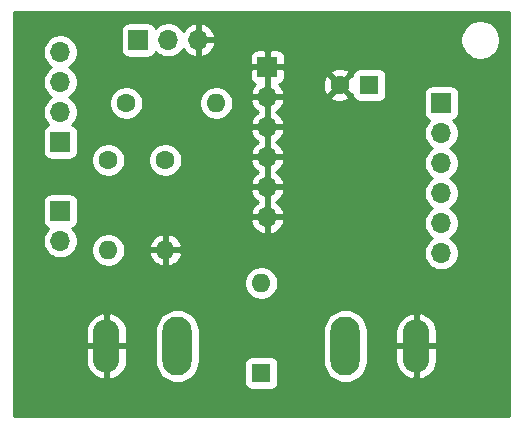
<source format=gbl>
%TF.GenerationSoftware,KiCad,Pcbnew,(5.1.10)-1*%
%TF.CreationDate,2021-06-21T00:52:30-07:00*%
%TF.ProjectId,LED Matrix,4c454420-4d61-4747-9269-782e6b696361,v01*%
%TF.SameCoordinates,Original*%
%TF.FileFunction,Copper,L2,Bot*%
%TF.FilePolarity,Positive*%
%FSLAX46Y46*%
G04 Gerber Fmt 4.6, Leading zero omitted, Abs format (unit mm)*
G04 Created by KiCad (PCBNEW (5.1.10)-1) date 2021-06-21 00:52:30*
%MOMM*%
%LPD*%
G01*
G04 APERTURE LIST*
%TA.AperFunction,ComponentPad*%
%ADD10R,1.600000X1.600000*%
%TD*%
%TA.AperFunction,ComponentPad*%
%ADD11C,1.600000*%
%TD*%
%TA.AperFunction,ComponentPad*%
%ADD12O,2.250000X4.500000*%
%TD*%
%TA.AperFunction,ComponentPad*%
%ADD13O,2.500000X5.000000*%
%TD*%
%TA.AperFunction,ComponentPad*%
%ADD14R,1.700000X1.700000*%
%TD*%
%TA.AperFunction,ComponentPad*%
%ADD15O,1.700000X1.700000*%
%TD*%
%TA.AperFunction,ComponentPad*%
%ADD16O,1.600000X1.600000*%
%TD*%
%TA.AperFunction,Conductor*%
%ADD17C,0.254000*%
%TD*%
%TA.AperFunction,Conductor*%
%ADD18C,0.100000*%
%TD*%
G04 APERTURE END LIST*
D10*
%TO.P,C1,1*%
%TO.N,VDD*%
X152654000Y-83058000D03*
D11*
%TO.P,C1,2*%
%TO.N,GND*%
X150154000Y-83058000D03*
%TD*%
D12*
%TO.P,J1,2*%
%TO.N,GND*%
X130398000Y-105156000D03*
D13*
%TO.P,J1,1*%
%TO.N,VDD*%
X136398000Y-105156000D03*
%TD*%
D12*
%TO.P,J2,2*%
%TO.N,GND*%
X156622000Y-105156000D03*
D13*
%TO.P,J2,1*%
%TO.N,Net-(J2-Pad1)*%
X150622000Y-105156000D03*
%TD*%
D14*
%TO.P,J3,1*%
%TO.N,VDD*%
X158750000Y-84582000D03*
D15*
%TO.P,J3,2*%
X158750000Y-87122000D03*
%TO.P,J3,3*%
X158750000Y-89662000D03*
%TO.P,J3,4*%
X158750000Y-92202000D03*
%TO.P,J3,5*%
X158750000Y-94742000D03*
%TO.P,J3,6*%
X158750000Y-97282000D03*
%TD*%
%TO.P,J4,6*%
%TO.N,GND*%
X144018000Y-94234000D03*
%TO.P,J4,5*%
X144018000Y-91694000D03*
%TO.P,J4,4*%
X144018000Y-89154000D03*
%TO.P,J4,3*%
X144018000Y-86614000D03*
%TO.P,J4,2*%
X144018000Y-84074000D03*
D14*
%TO.P,J4,1*%
X144018000Y-81534000D03*
%TD*%
%TO.P,J5,1*%
%TO.N,Net-(J5-Pad1)*%
X133096000Y-79248000D03*
D15*
%TO.P,J5,2*%
%TO.N,Net-(J5-Pad2)*%
X135636000Y-79248000D03*
%TO.P,J5,3*%
%TO.N,GND*%
X138176000Y-79248000D03*
%TD*%
D14*
%TO.P,J6,1*%
%TO.N,Net-(J6-Pad1)*%
X126492000Y-93726000D03*
D15*
%TO.P,J6,2*%
%TO.N,Net-(J6-Pad2)*%
X126492000Y-96266000D03*
%TD*%
D14*
%TO.P,J7,1*%
%TO.N,Net-(J7-Pad1)*%
X126492000Y-87884000D03*
D15*
%TO.P,J7,2*%
X126492000Y-85344000D03*
%TO.P,J7,3*%
%TO.N,Net-(J7-Pad3)*%
X126492000Y-82804000D03*
%TO.P,J7,4*%
X126492000Y-80264000D03*
%TD*%
D16*
%TO.P,R1,2*%
%TO.N,Net-(J5-Pad2)*%
X139700000Y-84582000D03*
D11*
%TO.P,R1,1*%
%TO.N,Net-(J5-Pad1)*%
X132080000Y-84582000D03*
%TD*%
%TO.P,R2,1*%
%TO.N,Net-(J6-Pad1)*%
X130556000Y-89408000D03*
D16*
%TO.P,R2,2*%
%TO.N,Net-(J6-Pad2)*%
X130556000Y-97028000D03*
%TD*%
D11*
%TO.P,R3,1*%
%TO.N,Net-(J7-Pad3)*%
X135382000Y-89408000D03*
D16*
%TO.P,R3,2*%
%TO.N,GND*%
X135382000Y-97028000D03*
%TD*%
%TO.P,SW1,2*%
%TO.N,Net-(J2-Pad1)*%
X143510000Y-99822000D03*
D10*
%TO.P,SW1,1*%
%TO.N,VDD*%
X143510000Y-107442000D03*
%TD*%
D17*
%TO.N,GND*%
X164452301Y-111112300D02*
X122567700Y-111112300D01*
X122567700Y-105283000D01*
X128638000Y-105283000D01*
X128638000Y-106408000D01*
X128696594Y-106748919D01*
X128820573Y-107071856D01*
X129005171Y-107364401D01*
X129243295Y-107615311D01*
X129525793Y-107814944D01*
X129841810Y-107955629D01*
X129997957Y-107994933D01*
X130271000Y-107877206D01*
X130271000Y-105283000D01*
X130525000Y-105283000D01*
X130525000Y-107877206D01*
X130798043Y-107994933D01*
X130954190Y-107955629D01*
X131270207Y-107814944D01*
X131552705Y-107615311D01*
X131790829Y-107364401D01*
X131975427Y-107071856D01*
X132099406Y-106748919D01*
X132142429Y-106498596D01*
X134513000Y-106498596D01*
X134540275Y-106775523D01*
X134648061Y-107130847D01*
X134823097Y-107458317D01*
X135058655Y-107745345D01*
X135345683Y-107980903D01*
X135673152Y-108155939D01*
X136028476Y-108263725D01*
X136398000Y-108300120D01*
X136767523Y-108263725D01*
X137122847Y-108155939D01*
X137450317Y-107980903D01*
X137737345Y-107745345D01*
X137972903Y-107458317D01*
X138147939Y-107130848D01*
X138255725Y-106775524D01*
X138268876Y-106642000D01*
X142071928Y-106642000D01*
X142071928Y-108242000D01*
X142084188Y-108366482D01*
X142120498Y-108486180D01*
X142179463Y-108596494D01*
X142258815Y-108693185D01*
X142355506Y-108772537D01*
X142465820Y-108831502D01*
X142585518Y-108867812D01*
X142710000Y-108880072D01*
X144310000Y-108880072D01*
X144434482Y-108867812D01*
X144554180Y-108831502D01*
X144664494Y-108772537D01*
X144761185Y-108693185D01*
X144840537Y-108596494D01*
X144899502Y-108486180D01*
X144935812Y-108366482D01*
X144948072Y-108242000D01*
X144948072Y-106642000D01*
X144935812Y-106517518D01*
X144899502Y-106397820D01*
X144840537Y-106287506D01*
X144761185Y-106190815D01*
X144664494Y-106111463D01*
X144554180Y-106052498D01*
X144434482Y-106016188D01*
X144310000Y-106003928D01*
X142710000Y-106003928D01*
X142585518Y-106016188D01*
X142465820Y-106052498D01*
X142355506Y-106111463D01*
X142258815Y-106190815D01*
X142179463Y-106287506D01*
X142120498Y-106397820D01*
X142084188Y-106517518D01*
X142071928Y-106642000D01*
X138268876Y-106642000D01*
X138283000Y-106498597D01*
X138283000Y-103813404D01*
X148737000Y-103813404D01*
X148737001Y-106498597D01*
X148764276Y-106775524D01*
X148872062Y-107130848D01*
X149047098Y-107458317D01*
X149282656Y-107745345D01*
X149569684Y-107980903D01*
X149897153Y-108155939D01*
X150252477Y-108263725D01*
X150622000Y-108300120D01*
X150991524Y-108263725D01*
X151346848Y-108155939D01*
X151674317Y-107980903D01*
X151961345Y-107745345D01*
X152196903Y-107458317D01*
X152371939Y-107130848D01*
X152479725Y-106775524D01*
X152507000Y-106498597D01*
X152507000Y-105283000D01*
X154862000Y-105283000D01*
X154862000Y-106408000D01*
X154920594Y-106748919D01*
X155044573Y-107071856D01*
X155229171Y-107364401D01*
X155467295Y-107615311D01*
X155749793Y-107814944D01*
X156065810Y-107955629D01*
X156221957Y-107994933D01*
X156495000Y-107877206D01*
X156495000Y-105283000D01*
X156749000Y-105283000D01*
X156749000Y-107877206D01*
X157022043Y-107994933D01*
X157178190Y-107955629D01*
X157494207Y-107814944D01*
X157776705Y-107615311D01*
X158014829Y-107364401D01*
X158199427Y-107071856D01*
X158323406Y-106748919D01*
X158382000Y-106408000D01*
X158382000Y-105283000D01*
X156749000Y-105283000D01*
X156495000Y-105283000D01*
X154862000Y-105283000D01*
X152507000Y-105283000D01*
X152507000Y-103904000D01*
X154862000Y-103904000D01*
X154862000Y-105029000D01*
X156495000Y-105029000D01*
X156495000Y-102434794D01*
X156749000Y-102434794D01*
X156749000Y-105029000D01*
X158382000Y-105029000D01*
X158382000Y-103904000D01*
X158323406Y-103563081D01*
X158199427Y-103240144D01*
X158014829Y-102947599D01*
X157776705Y-102696689D01*
X157494207Y-102497056D01*
X157178190Y-102356371D01*
X157022043Y-102317067D01*
X156749000Y-102434794D01*
X156495000Y-102434794D01*
X156221957Y-102317067D01*
X156065810Y-102356371D01*
X155749793Y-102497056D01*
X155467295Y-102696689D01*
X155229171Y-102947599D01*
X155044573Y-103240144D01*
X154920594Y-103563081D01*
X154862000Y-103904000D01*
X152507000Y-103904000D01*
X152507000Y-103813403D01*
X152479725Y-103536476D01*
X152371939Y-103181152D01*
X152196903Y-102853683D01*
X151961345Y-102566655D01*
X151674317Y-102331097D01*
X151346847Y-102156061D01*
X150991523Y-102048275D01*
X150622000Y-102011880D01*
X150252476Y-102048275D01*
X149897152Y-102156061D01*
X149569683Y-102331097D01*
X149282655Y-102566655D01*
X149047097Y-102853683D01*
X148872061Y-103181153D01*
X148764275Y-103536477D01*
X148737000Y-103813404D01*
X138283000Y-103813404D01*
X138283000Y-103813403D01*
X138255725Y-103536476D01*
X138147939Y-103181152D01*
X137972903Y-102853683D01*
X137737345Y-102566655D01*
X137450317Y-102331097D01*
X137122848Y-102156061D01*
X136767524Y-102048275D01*
X136398000Y-102011880D01*
X136028477Y-102048275D01*
X135673153Y-102156061D01*
X135345684Y-102331097D01*
X135058656Y-102566655D01*
X134823098Y-102853683D01*
X134648062Y-103181152D01*
X134540276Y-103536476D01*
X134513001Y-103813403D01*
X134513000Y-106498596D01*
X132142429Y-106498596D01*
X132158000Y-106408000D01*
X132158000Y-105283000D01*
X130525000Y-105283000D01*
X130271000Y-105283000D01*
X128638000Y-105283000D01*
X122567700Y-105283000D01*
X122567700Y-103904000D01*
X128638000Y-103904000D01*
X128638000Y-105029000D01*
X130271000Y-105029000D01*
X130271000Y-102434794D01*
X130525000Y-102434794D01*
X130525000Y-105029000D01*
X132158000Y-105029000D01*
X132158000Y-103904000D01*
X132099406Y-103563081D01*
X131975427Y-103240144D01*
X131790829Y-102947599D01*
X131552705Y-102696689D01*
X131270207Y-102497056D01*
X130954190Y-102356371D01*
X130798043Y-102317067D01*
X130525000Y-102434794D01*
X130271000Y-102434794D01*
X129997957Y-102317067D01*
X129841810Y-102356371D01*
X129525793Y-102497056D01*
X129243295Y-102696689D01*
X129005171Y-102947599D01*
X128820573Y-103240144D01*
X128696594Y-103563081D01*
X128638000Y-103904000D01*
X122567700Y-103904000D01*
X122567700Y-99680665D01*
X142075000Y-99680665D01*
X142075000Y-99963335D01*
X142130147Y-100240574D01*
X142238320Y-100501727D01*
X142395363Y-100736759D01*
X142595241Y-100936637D01*
X142830273Y-101093680D01*
X143091426Y-101201853D01*
X143368665Y-101257000D01*
X143651335Y-101257000D01*
X143928574Y-101201853D01*
X144189727Y-101093680D01*
X144424759Y-100936637D01*
X144624637Y-100736759D01*
X144781680Y-100501727D01*
X144889853Y-100240574D01*
X144945000Y-99963335D01*
X144945000Y-99680665D01*
X144889853Y-99403426D01*
X144781680Y-99142273D01*
X144624637Y-98907241D01*
X144424759Y-98707363D01*
X144189727Y-98550320D01*
X143928574Y-98442147D01*
X143651335Y-98387000D01*
X143368665Y-98387000D01*
X143091426Y-98442147D01*
X142830273Y-98550320D01*
X142595241Y-98707363D01*
X142395363Y-98907241D01*
X142238320Y-99142273D01*
X142130147Y-99403426D01*
X142075000Y-99680665D01*
X122567700Y-99680665D01*
X122567700Y-92876000D01*
X125003928Y-92876000D01*
X125003928Y-94576000D01*
X125016188Y-94700482D01*
X125052498Y-94820180D01*
X125111463Y-94930494D01*
X125190815Y-95027185D01*
X125287506Y-95106537D01*
X125397820Y-95165502D01*
X125470380Y-95187513D01*
X125338525Y-95319368D01*
X125176010Y-95562589D01*
X125064068Y-95832842D01*
X125007000Y-96119740D01*
X125007000Y-96412260D01*
X125064068Y-96699158D01*
X125176010Y-96969411D01*
X125338525Y-97212632D01*
X125545368Y-97419475D01*
X125788589Y-97581990D01*
X126058842Y-97693932D01*
X126345740Y-97751000D01*
X126638260Y-97751000D01*
X126925158Y-97693932D01*
X127195411Y-97581990D01*
X127438632Y-97419475D01*
X127645475Y-97212632D01*
X127807990Y-96969411D01*
X127842264Y-96886665D01*
X129121000Y-96886665D01*
X129121000Y-97169335D01*
X129176147Y-97446574D01*
X129284320Y-97707727D01*
X129441363Y-97942759D01*
X129641241Y-98142637D01*
X129876273Y-98299680D01*
X130137426Y-98407853D01*
X130414665Y-98463000D01*
X130697335Y-98463000D01*
X130974574Y-98407853D01*
X131235727Y-98299680D01*
X131470759Y-98142637D01*
X131670637Y-97942759D01*
X131827680Y-97707727D01*
X131935853Y-97446574D01*
X131949684Y-97377040D01*
X133990091Y-97377040D01*
X134084930Y-97641881D01*
X134229615Y-97883131D01*
X134418586Y-98091519D01*
X134644580Y-98259037D01*
X134898913Y-98379246D01*
X135032961Y-98419904D01*
X135255000Y-98297915D01*
X135255000Y-97155000D01*
X135509000Y-97155000D01*
X135509000Y-98297915D01*
X135731039Y-98419904D01*
X135865087Y-98379246D01*
X136119420Y-98259037D01*
X136345414Y-98091519D01*
X136534385Y-97883131D01*
X136679070Y-97641881D01*
X136773909Y-97377040D01*
X136652624Y-97155000D01*
X135509000Y-97155000D01*
X135255000Y-97155000D01*
X134111376Y-97155000D01*
X133990091Y-97377040D01*
X131949684Y-97377040D01*
X131991000Y-97169335D01*
X131991000Y-96886665D01*
X131949685Y-96678960D01*
X133990091Y-96678960D01*
X134111376Y-96901000D01*
X135255000Y-96901000D01*
X135255000Y-95758085D01*
X135509000Y-95758085D01*
X135509000Y-96901000D01*
X136652624Y-96901000D01*
X136773909Y-96678960D01*
X136679070Y-96414119D01*
X136534385Y-96172869D01*
X136345414Y-95964481D01*
X136119420Y-95796963D01*
X135865087Y-95676754D01*
X135731039Y-95636096D01*
X135509000Y-95758085D01*
X135255000Y-95758085D01*
X135032961Y-95636096D01*
X134898913Y-95676754D01*
X134644580Y-95796963D01*
X134418586Y-95964481D01*
X134229615Y-96172869D01*
X134084930Y-96414119D01*
X133990091Y-96678960D01*
X131949685Y-96678960D01*
X131935853Y-96609426D01*
X131827680Y-96348273D01*
X131670637Y-96113241D01*
X131470759Y-95913363D01*
X131235727Y-95756320D01*
X130974574Y-95648147D01*
X130697335Y-95593000D01*
X130414665Y-95593000D01*
X130137426Y-95648147D01*
X129876273Y-95756320D01*
X129641241Y-95913363D01*
X129441363Y-96113241D01*
X129284320Y-96348273D01*
X129176147Y-96609426D01*
X129121000Y-96886665D01*
X127842264Y-96886665D01*
X127919932Y-96699158D01*
X127977000Y-96412260D01*
X127977000Y-96119740D01*
X127919932Y-95832842D01*
X127807990Y-95562589D01*
X127645475Y-95319368D01*
X127513620Y-95187513D01*
X127586180Y-95165502D01*
X127696494Y-95106537D01*
X127793185Y-95027185D01*
X127872537Y-94930494D01*
X127931502Y-94820180D01*
X127967812Y-94700482D01*
X127978605Y-94590890D01*
X142576524Y-94590890D01*
X142621175Y-94738099D01*
X142746359Y-95000920D01*
X142920412Y-95234269D01*
X143136645Y-95429178D01*
X143386748Y-95578157D01*
X143661109Y-95675481D01*
X143891000Y-95554814D01*
X143891000Y-94361000D01*
X144145000Y-94361000D01*
X144145000Y-95554814D01*
X144374891Y-95675481D01*
X144649252Y-95578157D01*
X144899355Y-95429178D01*
X145115588Y-95234269D01*
X145289641Y-95000920D01*
X145414825Y-94738099D01*
X145459476Y-94590890D01*
X145338155Y-94361000D01*
X144145000Y-94361000D01*
X143891000Y-94361000D01*
X142697845Y-94361000D01*
X142576524Y-94590890D01*
X127978605Y-94590890D01*
X127980072Y-94576000D01*
X127980072Y-92876000D01*
X127967812Y-92751518D01*
X127931502Y-92631820D01*
X127872537Y-92521506D01*
X127793185Y-92424815D01*
X127696494Y-92345463D01*
X127586180Y-92286498D01*
X127466482Y-92250188D01*
X127342000Y-92237928D01*
X125642000Y-92237928D01*
X125517518Y-92250188D01*
X125397820Y-92286498D01*
X125287506Y-92345463D01*
X125190815Y-92424815D01*
X125111463Y-92521506D01*
X125052498Y-92631820D01*
X125016188Y-92751518D01*
X125003928Y-92876000D01*
X122567700Y-92876000D01*
X122567700Y-92050890D01*
X142576524Y-92050890D01*
X142621175Y-92198099D01*
X142746359Y-92460920D01*
X142920412Y-92694269D01*
X143136645Y-92889178D01*
X143262255Y-92964000D01*
X143136645Y-93038822D01*
X142920412Y-93233731D01*
X142746359Y-93467080D01*
X142621175Y-93729901D01*
X142576524Y-93877110D01*
X142697845Y-94107000D01*
X143891000Y-94107000D01*
X143891000Y-91821000D01*
X144145000Y-91821000D01*
X144145000Y-94107000D01*
X145338155Y-94107000D01*
X145459476Y-93877110D01*
X145414825Y-93729901D01*
X145289641Y-93467080D01*
X145115588Y-93233731D01*
X144899355Y-93038822D01*
X144773745Y-92964000D01*
X144899355Y-92889178D01*
X145115588Y-92694269D01*
X145289641Y-92460920D01*
X145414825Y-92198099D01*
X145459476Y-92050890D01*
X145338155Y-91821000D01*
X144145000Y-91821000D01*
X143891000Y-91821000D01*
X142697845Y-91821000D01*
X142576524Y-92050890D01*
X122567700Y-92050890D01*
X122567700Y-87034000D01*
X125003928Y-87034000D01*
X125003928Y-88734000D01*
X125016188Y-88858482D01*
X125052498Y-88978180D01*
X125111463Y-89088494D01*
X125190815Y-89185185D01*
X125287506Y-89264537D01*
X125397820Y-89323502D01*
X125517518Y-89359812D01*
X125642000Y-89372072D01*
X127342000Y-89372072D01*
X127466482Y-89359812D01*
X127586180Y-89323502D01*
X127692512Y-89266665D01*
X129121000Y-89266665D01*
X129121000Y-89549335D01*
X129176147Y-89826574D01*
X129284320Y-90087727D01*
X129441363Y-90322759D01*
X129641241Y-90522637D01*
X129876273Y-90679680D01*
X130137426Y-90787853D01*
X130414665Y-90843000D01*
X130697335Y-90843000D01*
X130974574Y-90787853D01*
X131235727Y-90679680D01*
X131470759Y-90522637D01*
X131670637Y-90322759D01*
X131827680Y-90087727D01*
X131935853Y-89826574D01*
X131991000Y-89549335D01*
X131991000Y-89266665D01*
X133947000Y-89266665D01*
X133947000Y-89549335D01*
X134002147Y-89826574D01*
X134110320Y-90087727D01*
X134267363Y-90322759D01*
X134467241Y-90522637D01*
X134702273Y-90679680D01*
X134963426Y-90787853D01*
X135240665Y-90843000D01*
X135523335Y-90843000D01*
X135800574Y-90787853D01*
X136061727Y-90679680D01*
X136296759Y-90522637D01*
X136496637Y-90322759D01*
X136653680Y-90087727D01*
X136761853Y-89826574D01*
X136817000Y-89549335D01*
X136817000Y-89510890D01*
X142576524Y-89510890D01*
X142621175Y-89658099D01*
X142746359Y-89920920D01*
X142920412Y-90154269D01*
X143136645Y-90349178D01*
X143262255Y-90424000D01*
X143136645Y-90498822D01*
X142920412Y-90693731D01*
X142746359Y-90927080D01*
X142621175Y-91189901D01*
X142576524Y-91337110D01*
X142697845Y-91567000D01*
X143891000Y-91567000D01*
X143891000Y-89281000D01*
X144145000Y-89281000D01*
X144145000Y-91567000D01*
X145338155Y-91567000D01*
X145459476Y-91337110D01*
X145414825Y-91189901D01*
X145289641Y-90927080D01*
X145115588Y-90693731D01*
X144899355Y-90498822D01*
X144773745Y-90424000D01*
X144899355Y-90349178D01*
X145115588Y-90154269D01*
X145289641Y-89920920D01*
X145414825Y-89658099D01*
X145459476Y-89510890D01*
X145338155Y-89281000D01*
X144145000Y-89281000D01*
X143891000Y-89281000D01*
X142697845Y-89281000D01*
X142576524Y-89510890D01*
X136817000Y-89510890D01*
X136817000Y-89266665D01*
X136761853Y-88989426D01*
X136653680Y-88728273D01*
X136496637Y-88493241D01*
X136296759Y-88293363D01*
X136061727Y-88136320D01*
X135800574Y-88028147D01*
X135523335Y-87973000D01*
X135240665Y-87973000D01*
X134963426Y-88028147D01*
X134702273Y-88136320D01*
X134467241Y-88293363D01*
X134267363Y-88493241D01*
X134110320Y-88728273D01*
X134002147Y-88989426D01*
X133947000Y-89266665D01*
X131991000Y-89266665D01*
X131935853Y-88989426D01*
X131827680Y-88728273D01*
X131670637Y-88493241D01*
X131470759Y-88293363D01*
X131235727Y-88136320D01*
X130974574Y-88028147D01*
X130697335Y-87973000D01*
X130414665Y-87973000D01*
X130137426Y-88028147D01*
X129876273Y-88136320D01*
X129641241Y-88293363D01*
X129441363Y-88493241D01*
X129284320Y-88728273D01*
X129176147Y-88989426D01*
X129121000Y-89266665D01*
X127692512Y-89266665D01*
X127696494Y-89264537D01*
X127793185Y-89185185D01*
X127872537Y-89088494D01*
X127931502Y-88978180D01*
X127967812Y-88858482D01*
X127980072Y-88734000D01*
X127980072Y-87034000D01*
X127973857Y-86970890D01*
X142576524Y-86970890D01*
X142621175Y-87118099D01*
X142746359Y-87380920D01*
X142920412Y-87614269D01*
X143136645Y-87809178D01*
X143262255Y-87884000D01*
X143136645Y-87958822D01*
X142920412Y-88153731D01*
X142746359Y-88387080D01*
X142621175Y-88649901D01*
X142576524Y-88797110D01*
X142697845Y-89027000D01*
X143891000Y-89027000D01*
X143891000Y-86741000D01*
X144145000Y-86741000D01*
X144145000Y-89027000D01*
X145338155Y-89027000D01*
X145459476Y-88797110D01*
X145414825Y-88649901D01*
X145289641Y-88387080D01*
X145115588Y-88153731D01*
X144899355Y-87958822D01*
X144773745Y-87884000D01*
X144899355Y-87809178D01*
X145115588Y-87614269D01*
X145289641Y-87380920D01*
X145414825Y-87118099D01*
X145459476Y-86970890D01*
X145338155Y-86741000D01*
X144145000Y-86741000D01*
X143891000Y-86741000D01*
X142697845Y-86741000D01*
X142576524Y-86970890D01*
X127973857Y-86970890D01*
X127967812Y-86909518D01*
X127931502Y-86789820D01*
X127872537Y-86679506D01*
X127793185Y-86582815D01*
X127696494Y-86503463D01*
X127586180Y-86444498D01*
X127513620Y-86422487D01*
X127645475Y-86290632D01*
X127807990Y-86047411D01*
X127919932Y-85777158D01*
X127977000Y-85490260D01*
X127977000Y-85197740D01*
X127919932Y-84910842D01*
X127807990Y-84640589D01*
X127674406Y-84440665D01*
X130645000Y-84440665D01*
X130645000Y-84723335D01*
X130700147Y-85000574D01*
X130808320Y-85261727D01*
X130965363Y-85496759D01*
X131165241Y-85696637D01*
X131400273Y-85853680D01*
X131661426Y-85961853D01*
X131938665Y-86017000D01*
X132221335Y-86017000D01*
X132498574Y-85961853D01*
X132759727Y-85853680D01*
X132994759Y-85696637D01*
X133194637Y-85496759D01*
X133351680Y-85261727D01*
X133459853Y-85000574D01*
X133515000Y-84723335D01*
X133515000Y-84440665D01*
X138265000Y-84440665D01*
X138265000Y-84723335D01*
X138320147Y-85000574D01*
X138428320Y-85261727D01*
X138585363Y-85496759D01*
X138785241Y-85696637D01*
X139020273Y-85853680D01*
X139281426Y-85961853D01*
X139558665Y-86017000D01*
X139841335Y-86017000D01*
X140118574Y-85961853D01*
X140379727Y-85853680D01*
X140614759Y-85696637D01*
X140814637Y-85496759D01*
X140971680Y-85261727D01*
X141079853Y-85000574D01*
X141135000Y-84723335D01*
X141135000Y-84440665D01*
X141133056Y-84430890D01*
X142576524Y-84430890D01*
X142621175Y-84578099D01*
X142746359Y-84840920D01*
X142920412Y-85074269D01*
X143136645Y-85269178D01*
X143262255Y-85344000D01*
X143136645Y-85418822D01*
X142920412Y-85613731D01*
X142746359Y-85847080D01*
X142621175Y-86109901D01*
X142576524Y-86257110D01*
X142697845Y-86487000D01*
X143891000Y-86487000D01*
X143891000Y-84201000D01*
X144145000Y-84201000D01*
X144145000Y-86487000D01*
X145338155Y-86487000D01*
X145459476Y-86257110D01*
X145414825Y-86109901D01*
X145289641Y-85847080D01*
X145115588Y-85613731D01*
X144899355Y-85418822D01*
X144773745Y-85344000D01*
X144899355Y-85269178D01*
X145115588Y-85074269D01*
X145289641Y-84840920D01*
X145414825Y-84578099D01*
X145459476Y-84430890D01*
X145338155Y-84201000D01*
X144145000Y-84201000D01*
X143891000Y-84201000D01*
X142697845Y-84201000D01*
X142576524Y-84430890D01*
X141133056Y-84430890D01*
X141079853Y-84163426D01*
X141033162Y-84050702D01*
X149340903Y-84050702D01*
X149412486Y-84294671D01*
X149667996Y-84415571D01*
X149942184Y-84484300D01*
X150224512Y-84498217D01*
X150504130Y-84456787D01*
X150770292Y-84361603D01*
X150895514Y-84294671D01*
X150967097Y-84050702D01*
X150154000Y-83237605D01*
X149340903Y-84050702D01*
X141033162Y-84050702D01*
X140971680Y-83902273D01*
X140814637Y-83667241D01*
X140614759Y-83467363D01*
X140379727Y-83310320D01*
X140118574Y-83202147D01*
X139841335Y-83147000D01*
X139558665Y-83147000D01*
X139281426Y-83202147D01*
X139020273Y-83310320D01*
X138785241Y-83467363D01*
X138585363Y-83667241D01*
X138428320Y-83902273D01*
X138320147Y-84163426D01*
X138265000Y-84440665D01*
X133515000Y-84440665D01*
X133459853Y-84163426D01*
X133351680Y-83902273D01*
X133194637Y-83667241D01*
X132994759Y-83467363D01*
X132759727Y-83310320D01*
X132498574Y-83202147D01*
X132221335Y-83147000D01*
X131938665Y-83147000D01*
X131661426Y-83202147D01*
X131400273Y-83310320D01*
X131165241Y-83467363D01*
X130965363Y-83667241D01*
X130808320Y-83902273D01*
X130700147Y-84163426D01*
X130645000Y-84440665D01*
X127674406Y-84440665D01*
X127645475Y-84397368D01*
X127438632Y-84190525D01*
X127264240Y-84074000D01*
X127438632Y-83957475D01*
X127645475Y-83750632D01*
X127807990Y-83507411D01*
X127919932Y-83237158D01*
X127977000Y-82950260D01*
X127977000Y-82657740D01*
X127922550Y-82384000D01*
X142529928Y-82384000D01*
X142542188Y-82508482D01*
X142578498Y-82628180D01*
X142637463Y-82738494D01*
X142716815Y-82835185D01*
X142813506Y-82914537D01*
X142923820Y-82973502D01*
X143004466Y-82997966D01*
X142920412Y-83073731D01*
X142746359Y-83307080D01*
X142621175Y-83569901D01*
X142576524Y-83717110D01*
X142697845Y-83947000D01*
X143891000Y-83947000D01*
X143891000Y-81661000D01*
X144145000Y-81661000D01*
X144145000Y-83947000D01*
X145338155Y-83947000D01*
X145459476Y-83717110D01*
X145414825Y-83569901D01*
X145289641Y-83307080D01*
X145156449Y-83128512D01*
X148713783Y-83128512D01*
X148755213Y-83408130D01*
X148850397Y-83674292D01*
X148917329Y-83799514D01*
X149161298Y-83871097D01*
X149974395Y-83058000D01*
X150333605Y-83058000D01*
X151146702Y-83871097D01*
X151215928Y-83850785D01*
X151215928Y-83858000D01*
X151228188Y-83982482D01*
X151264498Y-84102180D01*
X151323463Y-84212494D01*
X151402815Y-84309185D01*
X151499506Y-84388537D01*
X151609820Y-84447502D01*
X151729518Y-84483812D01*
X151854000Y-84496072D01*
X153454000Y-84496072D01*
X153578482Y-84483812D01*
X153698180Y-84447502D01*
X153808494Y-84388537D01*
X153905185Y-84309185D01*
X153984537Y-84212494D01*
X154043502Y-84102180D01*
X154079812Y-83982482D01*
X154092072Y-83858000D01*
X154092072Y-83732000D01*
X157261928Y-83732000D01*
X157261928Y-85432000D01*
X157274188Y-85556482D01*
X157310498Y-85676180D01*
X157369463Y-85786494D01*
X157448815Y-85883185D01*
X157545506Y-85962537D01*
X157655820Y-86021502D01*
X157728380Y-86043513D01*
X157596525Y-86175368D01*
X157434010Y-86418589D01*
X157322068Y-86688842D01*
X157265000Y-86975740D01*
X157265000Y-87268260D01*
X157322068Y-87555158D01*
X157434010Y-87825411D01*
X157596525Y-88068632D01*
X157803368Y-88275475D01*
X157977760Y-88392000D01*
X157803368Y-88508525D01*
X157596525Y-88715368D01*
X157434010Y-88958589D01*
X157322068Y-89228842D01*
X157265000Y-89515740D01*
X157265000Y-89808260D01*
X157322068Y-90095158D01*
X157434010Y-90365411D01*
X157596525Y-90608632D01*
X157803368Y-90815475D01*
X157977760Y-90932000D01*
X157803368Y-91048525D01*
X157596525Y-91255368D01*
X157434010Y-91498589D01*
X157322068Y-91768842D01*
X157265000Y-92055740D01*
X157265000Y-92348260D01*
X157322068Y-92635158D01*
X157434010Y-92905411D01*
X157596525Y-93148632D01*
X157803368Y-93355475D01*
X157977760Y-93472000D01*
X157803368Y-93588525D01*
X157596525Y-93795368D01*
X157434010Y-94038589D01*
X157322068Y-94308842D01*
X157265000Y-94595740D01*
X157265000Y-94888260D01*
X157322068Y-95175158D01*
X157434010Y-95445411D01*
X157596525Y-95688632D01*
X157803368Y-95895475D01*
X157977760Y-96012000D01*
X157803368Y-96128525D01*
X157596525Y-96335368D01*
X157434010Y-96578589D01*
X157322068Y-96848842D01*
X157265000Y-97135740D01*
X157265000Y-97428260D01*
X157322068Y-97715158D01*
X157434010Y-97985411D01*
X157596525Y-98228632D01*
X157803368Y-98435475D01*
X158046589Y-98597990D01*
X158316842Y-98709932D01*
X158603740Y-98767000D01*
X158896260Y-98767000D01*
X159183158Y-98709932D01*
X159453411Y-98597990D01*
X159696632Y-98435475D01*
X159903475Y-98228632D01*
X160065990Y-97985411D01*
X160177932Y-97715158D01*
X160235000Y-97428260D01*
X160235000Y-97135740D01*
X160177932Y-96848842D01*
X160065990Y-96578589D01*
X159903475Y-96335368D01*
X159696632Y-96128525D01*
X159522240Y-96012000D01*
X159696632Y-95895475D01*
X159903475Y-95688632D01*
X160065990Y-95445411D01*
X160177932Y-95175158D01*
X160235000Y-94888260D01*
X160235000Y-94595740D01*
X160177932Y-94308842D01*
X160065990Y-94038589D01*
X159903475Y-93795368D01*
X159696632Y-93588525D01*
X159522240Y-93472000D01*
X159696632Y-93355475D01*
X159903475Y-93148632D01*
X160065990Y-92905411D01*
X160177932Y-92635158D01*
X160235000Y-92348260D01*
X160235000Y-92055740D01*
X160177932Y-91768842D01*
X160065990Y-91498589D01*
X159903475Y-91255368D01*
X159696632Y-91048525D01*
X159522240Y-90932000D01*
X159696632Y-90815475D01*
X159903475Y-90608632D01*
X160065990Y-90365411D01*
X160177932Y-90095158D01*
X160235000Y-89808260D01*
X160235000Y-89515740D01*
X160177932Y-89228842D01*
X160065990Y-88958589D01*
X159903475Y-88715368D01*
X159696632Y-88508525D01*
X159522240Y-88392000D01*
X159696632Y-88275475D01*
X159903475Y-88068632D01*
X160065990Y-87825411D01*
X160177932Y-87555158D01*
X160235000Y-87268260D01*
X160235000Y-86975740D01*
X160177932Y-86688842D01*
X160065990Y-86418589D01*
X159903475Y-86175368D01*
X159771620Y-86043513D01*
X159844180Y-86021502D01*
X159954494Y-85962537D01*
X160051185Y-85883185D01*
X160130537Y-85786494D01*
X160189502Y-85676180D01*
X160225812Y-85556482D01*
X160238072Y-85432000D01*
X160238072Y-83732000D01*
X160225812Y-83607518D01*
X160189502Y-83487820D01*
X160130537Y-83377506D01*
X160051185Y-83280815D01*
X159954494Y-83201463D01*
X159844180Y-83142498D01*
X159724482Y-83106188D01*
X159600000Y-83093928D01*
X157900000Y-83093928D01*
X157775518Y-83106188D01*
X157655820Y-83142498D01*
X157545506Y-83201463D01*
X157448815Y-83280815D01*
X157369463Y-83377506D01*
X157310498Y-83487820D01*
X157274188Y-83607518D01*
X157261928Y-83732000D01*
X154092072Y-83732000D01*
X154092072Y-82258000D01*
X154079812Y-82133518D01*
X154043502Y-82013820D01*
X153984537Y-81903506D01*
X153905185Y-81806815D01*
X153808494Y-81727463D01*
X153698180Y-81668498D01*
X153578482Y-81632188D01*
X153454000Y-81619928D01*
X151854000Y-81619928D01*
X151729518Y-81632188D01*
X151609820Y-81668498D01*
X151499506Y-81727463D01*
X151402815Y-81806815D01*
X151323463Y-81903506D01*
X151264498Y-82013820D01*
X151228188Y-82133518D01*
X151215928Y-82258000D01*
X151215928Y-82265215D01*
X151146702Y-82244903D01*
X150333605Y-83058000D01*
X149974395Y-83058000D01*
X149161298Y-82244903D01*
X148917329Y-82316486D01*
X148796429Y-82571996D01*
X148727700Y-82846184D01*
X148713783Y-83128512D01*
X145156449Y-83128512D01*
X145115588Y-83073731D01*
X145031534Y-82997966D01*
X145112180Y-82973502D01*
X145222494Y-82914537D01*
X145319185Y-82835185D01*
X145398537Y-82738494D01*
X145457502Y-82628180D01*
X145493812Y-82508482D01*
X145506072Y-82384000D01*
X145504337Y-82065298D01*
X149340903Y-82065298D01*
X150154000Y-82878395D01*
X150967097Y-82065298D01*
X150895514Y-81821329D01*
X150640004Y-81700429D01*
X150365816Y-81631700D01*
X150083488Y-81617783D01*
X149803870Y-81659213D01*
X149537708Y-81754397D01*
X149412486Y-81821329D01*
X149340903Y-82065298D01*
X145504337Y-82065298D01*
X145503000Y-81819750D01*
X145344250Y-81661000D01*
X144145000Y-81661000D01*
X143891000Y-81661000D01*
X142691750Y-81661000D01*
X142533000Y-81819750D01*
X142529928Y-82384000D01*
X127922550Y-82384000D01*
X127919932Y-82370842D01*
X127807990Y-82100589D01*
X127645475Y-81857368D01*
X127438632Y-81650525D01*
X127264240Y-81534000D01*
X127438632Y-81417475D01*
X127645475Y-81210632D01*
X127807990Y-80967411D01*
X127919932Y-80697158D01*
X127977000Y-80410260D01*
X127977000Y-80117740D01*
X127919932Y-79830842D01*
X127807990Y-79560589D01*
X127645475Y-79317368D01*
X127438632Y-79110525D01*
X127195411Y-78948010D01*
X126925158Y-78836068D01*
X126638260Y-78779000D01*
X126345740Y-78779000D01*
X126058842Y-78836068D01*
X125788589Y-78948010D01*
X125545368Y-79110525D01*
X125338525Y-79317368D01*
X125176010Y-79560589D01*
X125064068Y-79830842D01*
X125007000Y-80117740D01*
X125007000Y-80410260D01*
X125064068Y-80697158D01*
X125176010Y-80967411D01*
X125338525Y-81210632D01*
X125545368Y-81417475D01*
X125719760Y-81534000D01*
X125545368Y-81650525D01*
X125338525Y-81857368D01*
X125176010Y-82100589D01*
X125064068Y-82370842D01*
X125007000Y-82657740D01*
X125007000Y-82950260D01*
X125064068Y-83237158D01*
X125176010Y-83507411D01*
X125338525Y-83750632D01*
X125545368Y-83957475D01*
X125719760Y-84074000D01*
X125545368Y-84190525D01*
X125338525Y-84397368D01*
X125176010Y-84640589D01*
X125064068Y-84910842D01*
X125007000Y-85197740D01*
X125007000Y-85490260D01*
X125064068Y-85777158D01*
X125176010Y-86047411D01*
X125338525Y-86290632D01*
X125470380Y-86422487D01*
X125397820Y-86444498D01*
X125287506Y-86503463D01*
X125190815Y-86582815D01*
X125111463Y-86679506D01*
X125052498Y-86789820D01*
X125016188Y-86909518D01*
X125003928Y-87034000D01*
X122567700Y-87034000D01*
X122567700Y-78398000D01*
X131607928Y-78398000D01*
X131607928Y-80098000D01*
X131620188Y-80222482D01*
X131656498Y-80342180D01*
X131715463Y-80452494D01*
X131794815Y-80549185D01*
X131891506Y-80628537D01*
X132001820Y-80687502D01*
X132121518Y-80723812D01*
X132246000Y-80736072D01*
X133946000Y-80736072D01*
X134070482Y-80723812D01*
X134190180Y-80687502D01*
X134300494Y-80628537D01*
X134397185Y-80549185D01*
X134476537Y-80452494D01*
X134535502Y-80342180D01*
X134557513Y-80269620D01*
X134689368Y-80401475D01*
X134932589Y-80563990D01*
X135202842Y-80675932D01*
X135489740Y-80733000D01*
X135782260Y-80733000D01*
X136069158Y-80675932D01*
X136339411Y-80563990D01*
X136582632Y-80401475D01*
X136789475Y-80194632D01*
X136911195Y-80012466D01*
X136980822Y-80129355D01*
X137175731Y-80345588D01*
X137409080Y-80519641D01*
X137671901Y-80644825D01*
X137819110Y-80689476D01*
X138049000Y-80568155D01*
X138049000Y-79375000D01*
X138303000Y-79375000D01*
X138303000Y-80568155D01*
X138532890Y-80689476D01*
X138550943Y-80684000D01*
X142529928Y-80684000D01*
X142533000Y-81248250D01*
X142691750Y-81407000D01*
X143891000Y-81407000D01*
X143891000Y-80207750D01*
X144145000Y-80207750D01*
X144145000Y-81407000D01*
X145344250Y-81407000D01*
X145503000Y-81248250D01*
X145506072Y-80684000D01*
X145493812Y-80559518D01*
X145457502Y-80439820D01*
X145398537Y-80329506D01*
X145319185Y-80232815D01*
X145222494Y-80153463D01*
X145112180Y-80094498D01*
X144992482Y-80058188D01*
X144868000Y-80045928D01*
X144303750Y-80049000D01*
X144145000Y-80207750D01*
X143891000Y-80207750D01*
X143732250Y-80049000D01*
X143168000Y-80045928D01*
X143043518Y-80058188D01*
X142923820Y-80094498D01*
X142813506Y-80153463D01*
X142716815Y-80232815D01*
X142637463Y-80329506D01*
X142578498Y-80439820D01*
X142542188Y-80559518D01*
X142529928Y-80684000D01*
X138550943Y-80684000D01*
X138680099Y-80644825D01*
X138942920Y-80519641D01*
X139176269Y-80345588D01*
X139371178Y-80129355D01*
X139520157Y-79879252D01*
X139617481Y-79604891D01*
X139496814Y-79375000D01*
X138303000Y-79375000D01*
X138049000Y-79375000D01*
X138029000Y-79375000D01*
X138029000Y-79121000D01*
X138049000Y-79121000D01*
X138049000Y-77927845D01*
X138303000Y-77927845D01*
X138303000Y-79121000D01*
X139496814Y-79121000D01*
X139517262Y-79082042D01*
X160367000Y-79082042D01*
X160367000Y-79413958D01*
X160431754Y-79739496D01*
X160558772Y-80046147D01*
X160743175Y-80322125D01*
X160977875Y-80556825D01*
X161253853Y-80741228D01*
X161560504Y-80868246D01*
X161886042Y-80933000D01*
X162217958Y-80933000D01*
X162543496Y-80868246D01*
X162850147Y-80741228D01*
X163126125Y-80556825D01*
X163360825Y-80322125D01*
X163545228Y-80046147D01*
X163672246Y-79739496D01*
X163737000Y-79413958D01*
X163737000Y-79082042D01*
X163672246Y-78756504D01*
X163545228Y-78449853D01*
X163360825Y-78173875D01*
X163126125Y-77939175D01*
X162850147Y-77754772D01*
X162543496Y-77627754D01*
X162217958Y-77563000D01*
X161886042Y-77563000D01*
X161560504Y-77627754D01*
X161253853Y-77754772D01*
X160977875Y-77939175D01*
X160743175Y-78173875D01*
X160558772Y-78449853D01*
X160431754Y-78756504D01*
X160367000Y-79082042D01*
X139517262Y-79082042D01*
X139617481Y-78891109D01*
X139520157Y-78616748D01*
X139371178Y-78366645D01*
X139176269Y-78150412D01*
X138942920Y-77976359D01*
X138680099Y-77851175D01*
X138532890Y-77806524D01*
X138303000Y-77927845D01*
X138049000Y-77927845D01*
X137819110Y-77806524D01*
X137671901Y-77851175D01*
X137409080Y-77976359D01*
X137175731Y-78150412D01*
X136980822Y-78366645D01*
X136911195Y-78483534D01*
X136789475Y-78301368D01*
X136582632Y-78094525D01*
X136339411Y-77932010D01*
X136069158Y-77820068D01*
X135782260Y-77763000D01*
X135489740Y-77763000D01*
X135202842Y-77820068D01*
X134932589Y-77932010D01*
X134689368Y-78094525D01*
X134557513Y-78226380D01*
X134535502Y-78153820D01*
X134476537Y-78043506D01*
X134397185Y-77946815D01*
X134300494Y-77867463D01*
X134190180Y-77808498D01*
X134070482Y-77772188D01*
X133946000Y-77759928D01*
X132246000Y-77759928D01*
X132121518Y-77772188D01*
X132001820Y-77808498D01*
X131891506Y-77867463D01*
X131794815Y-77946815D01*
X131715463Y-78043506D01*
X131656498Y-78153820D01*
X131620188Y-78273518D01*
X131607928Y-78398000D01*
X122567700Y-78398000D01*
X122567700Y-76847700D01*
X164452300Y-76847700D01*
X164452301Y-111112300D01*
%TA.AperFunction,Conductor*%
D18*
G36*
X164452301Y-111112300D02*
G01*
X122567700Y-111112300D01*
X122567700Y-105283000D01*
X128638000Y-105283000D01*
X128638000Y-106408000D01*
X128696594Y-106748919D01*
X128820573Y-107071856D01*
X129005171Y-107364401D01*
X129243295Y-107615311D01*
X129525793Y-107814944D01*
X129841810Y-107955629D01*
X129997957Y-107994933D01*
X130271000Y-107877206D01*
X130271000Y-105283000D01*
X130525000Y-105283000D01*
X130525000Y-107877206D01*
X130798043Y-107994933D01*
X130954190Y-107955629D01*
X131270207Y-107814944D01*
X131552705Y-107615311D01*
X131790829Y-107364401D01*
X131975427Y-107071856D01*
X132099406Y-106748919D01*
X132142429Y-106498596D01*
X134513000Y-106498596D01*
X134540275Y-106775523D01*
X134648061Y-107130847D01*
X134823097Y-107458317D01*
X135058655Y-107745345D01*
X135345683Y-107980903D01*
X135673152Y-108155939D01*
X136028476Y-108263725D01*
X136398000Y-108300120D01*
X136767523Y-108263725D01*
X137122847Y-108155939D01*
X137450317Y-107980903D01*
X137737345Y-107745345D01*
X137972903Y-107458317D01*
X138147939Y-107130848D01*
X138255725Y-106775524D01*
X138268876Y-106642000D01*
X142071928Y-106642000D01*
X142071928Y-108242000D01*
X142084188Y-108366482D01*
X142120498Y-108486180D01*
X142179463Y-108596494D01*
X142258815Y-108693185D01*
X142355506Y-108772537D01*
X142465820Y-108831502D01*
X142585518Y-108867812D01*
X142710000Y-108880072D01*
X144310000Y-108880072D01*
X144434482Y-108867812D01*
X144554180Y-108831502D01*
X144664494Y-108772537D01*
X144761185Y-108693185D01*
X144840537Y-108596494D01*
X144899502Y-108486180D01*
X144935812Y-108366482D01*
X144948072Y-108242000D01*
X144948072Y-106642000D01*
X144935812Y-106517518D01*
X144899502Y-106397820D01*
X144840537Y-106287506D01*
X144761185Y-106190815D01*
X144664494Y-106111463D01*
X144554180Y-106052498D01*
X144434482Y-106016188D01*
X144310000Y-106003928D01*
X142710000Y-106003928D01*
X142585518Y-106016188D01*
X142465820Y-106052498D01*
X142355506Y-106111463D01*
X142258815Y-106190815D01*
X142179463Y-106287506D01*
X142120498Y-106397820D01*
X142084188Y-106517518D01*
X142071928Y-106642000D01*
X138268876Y-106642000D01*
X138283000Y-106498597D01*
X138283000Y-103813404D01*
X148737000Y-103813404D01*
X148737001Y-106498597D01*
X148764276Y-106775524D01*
X148872062Y-107130848D01*
X149047098Y-107458317D01*
X149282656Y-107745345D01*
X149569684Y-107980903D01*
X149897153Y-108155939D01*
X150252477Y-108263725D01*
X150622000Y-108300120D01*
X150991524Y-108263725D01*
X151346848Y-108155939D01*
X151674317Y-107980903D01*
X151961345Y-107745345D01*
X152196903Y-107458317D01*
X152371939Y-107130848D01*
X152479725Y-106775524D01*
X152507000Y-106498597D01*
X152507000Y-105283000D01*
X154862000Y-105283000D01*
X154862000Y-106408000D01*
X154920594Y-106748919D01*
X155044573Y-107071856D01*
X155229171Y-107364401D01*
X155467295Y-107615311D01*
X155749793Y-107814944D01*
X156065810Y-107955629D01*
X156221957Y-107994933D01*
X156495000Y-107877206D01*
X156495000Y-105283000D01*
X156749000Y-105283000D01*
X156749000Y-107877206D01*
X157022043Y-107994933D01*
X157178190Y-107955629D01*
X157494207Y-107814944D01*
X157776705Y-107615311D01*
X158014829Y-107364401D01*
X158199427Y-107071856D01*
X158323406Y-106748919D01*
X158382000Y-106408000D01*
X158382000Y-105283000D01*
X156749000Y-105283000D01*
X156495000Y-105283000D01*
X154862000Y-105283000D01*
X152507000Y-105283000D01*
X152507000Y-103904000D01*
X154862000Y-103904000D01*
X154862000Y-105029000D01*
X156495000Y-105029000D01*
X156495000Y-102434794D01*
X156749000Y-102434794D01*
X156749000Y-105029000D01*
X158382000Y-105029000D01*
X158382000Y-103904000D01*
X158323406Y-103563081D01*
X158199427Y-103240144D01*
X158014829Y-102947599D01*
X157776705Y-102696689D01*
X157494207Y-102497056D01*
X157178190Y-102356371D01*
X157022043Y-102317067D01*
X156749000Y-102434794D01*
X156495000Y-102434794D01*
X156221957Y-102317067D01*
X156065810Y-102356371D01*
X155749793Y-102497056D01*
X155467295Y-102696689D01*
X155229171Y-102947599D01*
X155044573Y-103240144D01*
X154920594Y-103563081D01*
X154862000Y-103904000D01*
X152507000Y-103904000D01*
X152507000Y-103813403D01*
X152479725Y-103536476D01*
X152371939Y-103181152D01*
X152196903Y-102853683D01*
X151961345Y-102566655D01*
X151674317Y-102331097D01*
X151346847Y-102156061D01*
X150991523Y-102048275D01*
X150622000Y-102011880D01*
X150252476Y-102048275D01*
X149897152Y-102156061D01*
X149569683Y-102331097D01*
X149282655Y-102566655D01*
X149047097Y-102853683D01*
X148872061Y-103181153D01*
X148764275Y-103536477D01*
X148737000Y-103813404D01*
X138283000Y-103813404D01*
X138283000Y-103813403D01*
X138255725Y-103536476D01*
X138147939Y-103181152D01*
X137972903Y-102853683D01*
X137737345Y-102566655D01*
X137450317Y-102331097D01*
X137122848Y-102156061D01*
X136767524Y-102048275D01*
X136398000Y-102011880D01*
X136028477Y-102048275D01*
X135673153Y-102156061D01*
X135345684Y-102331097D01*
X135058656Y-102566655D01*
X134823098Y-102853683D01*
X134648062Y-103181152D01*
X134540276Y-103536476D01*
X134513001Y-103813403D01*
X134513000Y-106498596D01*
X132142429Y-106498596D01*
X132158000Y-106408000D01*
X132158000Y-105283000D01*
X130525000Y-105283000D01*
X130271000Y-105283000D01*
X128638000Y-105283000D01*
X122567700Y-105283000D01*
X122567700Y-103904000D01*
X128638000Y-103904000D01*
X128638000Y-105029000D01*
X130271000Y-105029000D01*
X130271000Y-102434794D01*
X130525000Y-102434794D01*
X130525000Y-105029000D01*
X132158000Y-105029000D01*
X132158000Y-103904000D01*
X132099406Y-103563081D01*
X131975427Y-103240144D01*
X131790829Y-102947599D01*
X131552705Y-102696689D01*
X131270207Y-102497056D01*
X130954190Y-102356371D01*
X130798043Y-102317067D01*
X130525000Y-102434794D01*
X130271000Y-102434794D01*
X129997957Y-102317067D01*
X129841810Y-102356371D01*
X129525793Y-102497056D01*
X129243295Y-102696689D01*
X129005171Y-102947599D01*
X128820573Y-103240144D01*
X128696594Y-103563081D01*
X128638000Y-103904000D01*
X122567700Y-103904000D01*
X122567700Y-99680665D01*
X142075000Y-99680665D01*
X142075000Y-99963335D01*
X142130147Y-100240574D01*
X142238320Y-100501727D01*
X142395363Y-100736759D01*
X142595241Y-100936637D01*
X142830273Y-101093680D01*
X143091426Y-101201853D01*
X143368665Y-101257000D01*
X143651335Y-101257000D01*
X143928574Y-101201853D01*
X144189727Y-101093680D01*
X144424759Y-100936637D01*
X144624637Y-100736759D01*
X144781680Y-100501727D01*
X144889853Y-100240574D01*
X144945000Y-99963335D01*
X144945000Y-99680665D01*
X144889853Y-99403426D01*
X144781680Y-99142273D01*
X144624637Y-98907241D01*
X144424759Y-98707363D01*
X144189727Y-98550320D01*
X143928574Y-98442147D01*
X143651335Y-98387000D01*
X143368665Y-98387000D01*
X143091426Y-98442147D01*
X142830273Y-98550320D01*
X142595241Y-98707363D01*
X142395363Y-98907241D01*
X142238320Y-99142273D01*
X142130147Y-99403426D01*
X142075000Y-99680665D01*
X122567700Y-99680665D01*
X122567700Y-92876000D01*
X125003928Y-92876000D01*
X125003928Y-94576000D01*
X125016188Y-94700482D01*
X125052498Y-94820180D01*
X125111463Y-94930494D01*
X125190815Y-95027185D01*
X125287506Y-95106537D01*
X125397820Y-95165502D01*
X125470380Y-95187513D01*
X125338525Y-95319368D01*
X125176010Y-95562589D01*
X125064068Y-95832842D01*
X125007000Y-96119740D01*
X125007000Y-96412260D01*
X125064068Y-96699158D01*
X125176010Y-96969411D01*
X125338525Y-97212632D01*
X125545368Y-97419475D01*
X125788589Y-97581990D01*
X126058842Y-97693932D01*
X126345740Y-97751000D01*
X126638260Y-97751000D01*
X126925158Y-97693932D01*
X127195411Y-97581990D01*
X127438632Y-97419475D01*
X127645475Y-97212632D01*
X127807990Y-96969411D01*
X127842264Y-96886665D01*
X129121000Y-96886665D01*
X129121000Y-97169335D01*
X129176147Y-97446574D01*
X129284320Y-97707727D01*
X129441363Y-97942759D01*
X129641241Y-98142637D01*
X129876273Y-98299680D01*
X130137426Y-98407853D01*
X130414665Y-98463000D01*
X130697335Y-98463000D01*
X130974574Y-98407853D01*
X131235727Y-98299680D01*
X131470759Y-98142637D01*
X131670637Y-97942759D01*
X131827680Y-97707727D01*
X131935853Y-97446574D01*
X131949684Y-97377040D01*
X133990091Y-97377040D01*
X134084930Y-97641881D01*
X134229615Y-97883131D01*
X134418586Y-98091519D01*
X134644580Y-98259037D01*
X134898913Y-98379246D01*
X135032961Y-98419904D01*
X135255000Y-98297915D01*
X135255000Y-97155000D01*
X135509000Y-97155000D01*
X135509000Y-98297915D01*
X135731039Y-98419904D01*
X135865087Y-98379246D01*
X136119420Y-98259037D01*
X136345414Y-98091519D01*
X136534385Y-97883131D01*
X136679070Y-97641881D01*
X136773909Y-97377040D01*
X136652624Y-97155000D01*
X135509000Y-97155000D01*
X135255000Y-97155000D01*
X134111376Y-97155000D01*
X133990091Y-97377040D01*
X131949684Y-97377040D01*
X131991000Y-97169335D01*
X131991000Y-96886665D01*
X131949685Y-96678960D01*
X133990091Y-96678960D01*
X134111376Y-96901000D01*
X135255000Y-96901000D01*
X135255000Y-95758085D01*
X135509000Y-95758085D01*
X135509000Y-96901000D01*
X136652624Y-96901000D01*
X136773909Y-96678960D01*
X136679070Y-96414119D01*
X136534385Y-96172869D01*
X136345414Y-95964481D01*
X136119420Y-95796963D01*
X135865087Y-95676754D01*
X135731039Y-95636096D01*
X135509000Y-95758085D01*
X135255000Y-95758085D01*
X135032961Y-95636096D01*
X134898913Y-95676754D01*
X134644580Y-95796963D01*
X134418586Y-95964481D01*
X134229615Y-96172869D01*
X134084930Y-96414119D01*
X133990091Y-96678960D01*
X131949685Y-96678960D01*
X131935853Y-96609426D01*
X131827680Y-96348273D01*
X131670637Y-96113241D01*
X131470759Y-95913363D01*
X131235727Y-95756320D01*
X130974574Y-95648147D01*
X130697335Y-95593000D01*
X130414665Y-95593000D01*
X130137426Y-95648147D01*
X129876273Y-95756320D01*
X129641241Y-95913363D01*
X129441363Y-96113241D01*
X129284320Y-96348273D01*
X129176147Y-96609426D01*
X129121000Y-96886665D01*
X127842264Y-96886665D01*
X127919932Y-96699158D01*
X127977000Y-96412260D01*
X127977000Y-96119740D01*
X127919932Y-95832842D01*
X127807990Y-95562589D01*
X127645475Y-95319368D01*
X127513620Y-95187513D01*
X127586180Y-95165502D01*
X127696494Y-95106537D01*
X127793185Y-95027185D01*
X127872537Y-94930494D01*
X127931502Y-94820180D01*
X127967812Y-94700482D01*
X127978605Y-94590890D01*
X142576524Y-94590890D01*
X142621175Y-94738099D01*
X142746359Y-95000920D01*
X142920412Y-95234269D01*
X143136645Y-95429178D01*
X143386748Y-95578157D01*
X143661109Y-95675481D01*
X143891000Y-95554814D01*
X143891000Y-94361000D01*
X144145000Y-94361000D01*
X144145000Y-95554814D01*
X144374891Y-95675481D01*
X144649252Y-95578157D01*
X144899355Y-95429178D01*
X145115588Y-95234269D01*
X145289641Y-95000920D01*
X145414825Y-94738099D01*
X145459476Y-94590890D01*
X145338155Y-94361000D01*
X144145000Y-94361000D01*
X143891000Y-94361000D01*
X142697845Y-94361000D01*
X142576524Y-94590890D01*
X127978605Y-94590890D01*
X127980072Y-94576000D01*
X127980072Y-92876000D01*
X127967812Y-92751518D01*
X127931502Y-92631820D01*
X127872537Y-92521506D01*
X127793185Y-92424815D01*
X127696494Y-92345463D01*
X127586180Y-92286498D01*
X127466482Y-92250188D01*
X127342000Y-92237928D01*
X125642000Y-92237928D01*
X125517518Y-92250188D01*
X125397820Y-92286498D01*
X125287506Y-92345463D01*
X125190815Y-92424815D01*
X125111463Y-92521506D01*
X125052498Y-92631820D01*
X125016188Y-92751518D01*
X125003928Y-92876000D01*
X122567700Y-92876000D01*
X122567700Y-92050890D01*
X142576524Y-92050890D01*
X142621175Y-92198099D01*
X142746359Y-92460920D01*
X142920412Y-92694269D01*
X143136645Y-92889178D01*
X143262255Y-92964000D01*
X143136645Y-93038822D01*
X142920412Y-93233731D01*
X142746359Y-93467080D01*
X142621175Y-93729901D01*
X142576524Y-93877110D01*
X142697845Y-94107000D01*
X143891000Y-94107000D01*
X143891000Y-91821000D01*
X144145000Y-91821000D01*
X144145000Y-94107000D01*
X145338155Y-94107000D01*
X145459476Y-93877110D01*
X145414825Y-93729901D01*
X145289641Y-93467080D01*
X145115588Y-93233731D01*
X144899355Y-93038822D01*
X144773745Y-92964000D01*
X144899355Y-92889178D01*
X145115588Y-92694269D01*
X145289641Y-92460920D01*
X145414825Y-92198099D01*
X145459476Y-92050890D01*
X145338155Y-91821000D01*
X144145000Y-91821000D01*
X143891000Y-91821000D01*
X142697845Y-91821000D01*
X142576524Y-92050890D01*
X122567700Y-92050890D01*
X122567700Y-87034000D01*
X125003928Y-87034000D01*
X125003928Y-88734000D01*
X125016188Y-88858482D01*
X125052498Y-88978180D01*
X125111463Y-89088494D01*
X125190815Y-89185185D01*
X125287506Y-89264537D01*
X125397820Y-89323502D01*
X125517518Y-89359812D01*
X125642000Y-89372072D01*
X127342000Y-89372072D01*
X127466482Y-89359812D01*
X127586180Y-89323502D01*
X127692512Y-89266665D01*
X129121000Y-89266665D01*
X129121000Y-89549335D01*
X129176147Y-89826574D01*
X129284320Y-90087727D01*
X129441363Y-90322759D01*
X129641241Y-90522637D01*
X129876273Y-90679680D01*
X130137426Y-90787853D01*
X130414665Y-90843000D01*
X130697335Y-90843000D01*
X130974574Y-90787853D01*
X131235727Y-90679680D01*
X131470759Y-90522637D01*
X131670637Y-90322759D01*
X131827680Y-90087727D01*
X131935853Y-89826574D01*
X131991000Y-89549335D01*
X131991000Y-89266665D01*
X133947000Y-89266665D01*
X133947000Y-89549335D01*
X134002147Y-89826574D01*
X134110320Y-90087727D01*
X134267363Y-90322759D01*
X134467241Y-90522637D01*
X134702273Y-90679680D01*
X134963426Y-90787853D01*
X135240665Y-90843000D01*
X135523335Y-90843000D01*
X135800574Y-90787853D01*
X136061727Y-90679680D01*
X136296759Y-90522637D01*
X136496637Y-90322759D01*
X136653680Y-90087727D01*
X136761853Y-89826574D01*
X136817000Y-89549335D01*
X136817000Y-89510890D01*
X142576524Y-89510890D01*
X142621175Y-89658099D01*
X142746359Y-89920920D01*
X142920412Y-90154269D01*
X143136645Y-90349178D01*
X143262255Y-90424000D01*
X143136645Y-90498822D01*
X142920412Y-90693731D01*
X142746359Y-90927080D01*
X142621175Y-91189901D01*
X142576524Y-91337110D01*
X142697845Y-91567000D01*
X143891000Y-91567000D01*
X143891000Y-89281000D01*
X144145000Y-89281000D01*
X144145000Y-91567000D01*
X145338155Y-91567000D01*
X145459476Y-91337110D01*
X145414825Y-91189901D01*
X145289641Y-90927080D01*
X145115588Y-90693731D01*
X144899355Y-90498822D01*
X144773745Y-90424000D01*
X144899355Y-90349178D01*
X145115588Y-90154269D01*
X145289641Y-89920920D01*
X145414825Y-89658099D01*
X145459476Y-89510890D01*
X145338155Y-89281000D01*
X144145000Y-89281000D01*
X143891000Y-89281000D01*
X142697845Y-89281000D01*
X142576524Y-89510890D01*
X136817000Y-89510890D01*
X136817000Y-89266665D01*
X136761853Y-88989426D01*
X136653680Y-88728273D01*
X136496637Y-88493241D01*
X136296759Y-88293363D01*
X136061727Y-88136320D01*
X135800574Y-88028147D01*
X135523335Y-87973000D01*
X135240665Y-87973000D01*
X134963426Y-88028147D01*
X134702273Y-88136320D01*
X134467241Y-88293363D01*
X134267363Y-88493241D01*
X134110320Y-88728273D01*
X134002147Y-88989426D01*
X133947000Y-89266665D01*
X131991000Y-89266665D01*
X131935853Y-88989426D01*
X131827680Y-88728273D01*
X131670637Y-88493241D01*
X131470759Y-88293363D01*
X131235727Y-88136320D01*
X130974574Y-88028147D01*
X130697335Y-87973000D01*
X130414665Y-87973000D01*
X130137426Y-88028147D01*
X129876273Y-88136320D01*
X129641241Y-88293363D01*
X129441363Y-88493241D01*
X129284320Y-88728273D01*
X129176147Y-88989426D01*
X129121000Y-89266665D01*
X127692512Y-89266665D01*
X127696494Y-89264537D01*
X127793185Y-89185185D01*
X127872537Y-89088494D01*
X127931502Y-88978180D01*
X127967812Y-88858482D01*
X127980072Y-88734000D01*
X127980072Y-87034000D01*
X127973857Y-86970890D01*
X142576524Y-86970890D01*
X142621175Y-87118099D01*
X142746359Y-87380920D01*
X142920412Y-87614269D01*
X143136645Y-87809178D01*
X143262255Y-87884000D01*
X143136645Y-87958822D01*
X142920412Y-88153731D01*
X142746359Y-88387080D01*
X142621175Y-88649901D01*
X142576524Y-88797110D01*
X142697845Y-89027000D01*
X143891000Y-89027000D01*
X143891000Y-86741000D01*
X144145000Y-86741000D01*
X144145000Y-89027000D01*
X145338155Y-89027000D01*
X145459476Y-88797110D01*
X145414825Y-88649901D01*
X145289641Y-88387080D01*
X145115588Y-88153731D01*
X144899355Y-87958822D01*
X144773745Y-87884000D01*
X144899355Y-87809178D01*
X145115588Y-87614269D01*
X145289641Y-87380920D01*
X145414825Y-87118099D01*
X145459476Y-86970890D01*
X145338155Y-86741000D01*
X144145000Y-86741000D01*
X143891000Y-86741000D01*
X142697845Y-86741000D01*
X142576524Y-86970890D01*
X127973857Y-86970890D01*
X127967812Y-86909518D01*
X127931502Y-86789820D01*
X127872537Y-86679506D01*
X127793185Y-86582815D01*
X127696494Y-86503463D01*
X127586180Y-86444498D01*
X127513620Y-86422487D01*
X127645475Y-86290632D01*
X127807990Y-86047411D01*
X127919932Y-85777158D01*
X127977000Y-85490260D01*
X127977000Y-85197740D01*
X127919932Y-84910842D01*
X127807990Y-84640589D01*
X127674406Y-84440665D01*
X130645000Y-84440665D01*
X130645000Y-84723335D01*
X130700147Y-85000574D01*
X130808320Y-85261727D01*
X130965363Y-85496759D01*
X131165241Y-85696637D01*
X131400273Y-85853680D01*
X131661426Y-85961853D01*
X131938665Y-86017000D01*
X132221335Y-86017000D01*
X132498574Y-85961853D01*
X132759727Y-85853680D01*
X132994759Y-85696637D01*
X133194637Y-85496759D01*
X133351680Y-85261727D01*
X133459853Y-85000574D01*
X133515000Y-84723335D01*
X133515000Y-84440665D01*
X138265000Y-84440665D01*
X138265000Y-84723335D01*
X138320147Y-85000574D01*
X138428320Y-85261727D01*
X138585363Y-85496759D01*
X138785241Y-85696637D01*
X139020273Y-85853680D01*
X139281426Y-85961853D01*
X139558665Y-86017000D01*
X139841335Y-86017000D01*
X140118574Y-85961853D01*
X140379727Y-85853680D01*
X140614759Y-85696637D01*
X140814637Y-85496759D01*
X140971680Y-85261727D01*
X141079853Y-85000574D01*
X141135000Y-84723335D01*
X141135000Y-84440665D01*
X141133056Y-84430890D01*
X142576524Y-84430890D01*
X142621175Y-84578099D01*
X142746359Y-84840920D01*
X142920412Y-85074269D01*
X143136645Y-85269178D01*
X143262255Y-85344000D01*
X143136645Y-85418822D01*
X142920412Y-85613731D01*
X142746359Y-85847080D01*
X142621175Y-86109901D01*
X142576524Y-86257110D01*
X142697845Y-86487000D01*
X143891000Y-86487000D01*
X143891000Y-84201000D01*
X144145000Y-84201000D01*
X144145000Y-86487000D01*
X145338155Y-86487000D01*
X145459476Y-86257110D01*
X145414825Y-86109901D01*
X145289641Y-85847080D01*
X145115588Y-85613731D01*
X144899355Y-85418822D01*
X144773745Y-85344000D01*
X144899355Y-85269178D01*
X145115588Y-85074269D01*
X145289641Y-84840920D01*
X145414825Y-84578099D01*
X145459476Y-84430890D01*
X145338155Y-84201000D01*
X144145000Y-84201000D01*
X143891000Y-84201000D01*
X142697845Y-84201000D01*
X142576524Y-84430890D01*
X141133056Y-84430890D01*
X141079853Y-84163426D01*
X141033162Y-84050702D01*
X149340903Y-84050702D01*
X149412486Y-84294671D01*
X149667996Y-84415571D01*
X149942184Y-84484300D01*
X150224512Y-84498217D01*
X150504130Y-84456787D01*
X150770292Y-84361603D01*
X150895514Y-84294671D01*
X150967097Y-84050702D01*
X150154000Y-83237605D01*
X149340903Y-84050702D01*
X141033162Y-84050702D01*
X140971680Y-83902273D01*
X140814637Y-83667241D01*
X140614759Y-83467363D01*
X140379727Y-83310320D01*
X140118574Y-83202147D01*
X139841335Y-83147000D01*
X139558665Y-83147000D01*
X139281426Y-83202147D01*
X139020273Y-83310320D01*
X138785241Y-83467363D01*
X138585363Y-83667241D01*
X138428320Y-83902273D01*
X138320147Y-84163426D01*
X138265000Y-84440665D01*
X133515000Y-84440665D01*
X133459853Y-84163426D01*
X133351680Y-83902273D01*
X133194637Y-83667241D01*
X132994759Y-83467363D01*
X132759727Y-83310320D01*
X132498574Y-83202147D01*
X132221335Y-83147000D01*
X131938665Y-83147000D01*
X131661426Y-83202147D01*
X131400273Y-83310320D01*
X131165241Y-83467363D01*
X130965363Y-83667241D01*
X130808320Y-83902273D01*
X130700147Y-84163426D01*
X130645000Y-84440665D01*
X127674406Y-84440665D01*
X127645475Y-84397368D01*
X127438632Y-84190525D01*
X127264240Y-84074000D01*
X127438632Y-83957475D01*
X127645475Y-83750632D01*
X127807990Y-83507411D01*
X127919932Y-83237158D01*
X127977000Y-82950260D01*
X127977000Y-82657740D01*
X127922550Y-82384000D01*
X142529928Y-82384000D01*
X142542188Y-82508482D01*
X142578498Y-82628180D01*
X142637463Y-82738494D01*
X142716815Y-82835185D01*
X142813506Y-82914537D01*
X142923820Y-82973502D01*
X143004466Y-82997966D01*
X142920412Y-83073731D01*
X142746359Y-83307080D01*
X142621175Y-83569901D01*
X142576524Y-83717110D01*
X142697845Y-83947000D01*
X143891000Y-83947000D01*
X143891000Y-81661000D01*
X144145000Y-81661000D01*
X144145000Y-83947000D01*
X145338155Y-83947000D01*
X145459476Y-83717110D01*
X145414825Y-83569901D01*
X145289641Y-83307080D01*
X145156449Y-83128512D01*
X148713783Y-83128512D01*
X148755213Y-83408130D01*
X148850397Y-83674292D01*
X148917329Y-83799514D01*
X149161298Y-83871097D01*
X149974395Y-83058000D01*
X150333605Y-83058000D01*
X151146702Y-83871097D01*
X151215928Y-83850785D01*
X151215928Y-83858000D01*
X151228188Y-83982482D01*
X151264498Y-84102180D01*
X151323463Y-84212494D01*
X151402815Y-84309185D01*
X151499506Y-84388537D01*
X151609820Y-84447502D01*
X151729518Y-84483812D01*
X151854000Y-84496072D01*
X153454000Y-84496072D01*
X153578482Y-84483812D01*
X153698180Y-84447502D01*
X153808494Y-84388537D01*
X153905185Y-84309185D01*
X153984537Y-84212494D01*
X154043502Y-84102180D01*
X154079812Y-83982482D01*
X154092072Y-83858000D01*
X154092072Y-83732000D01*
X157261928Y-83732000D01*
X157261928Y-85432000D01*
X157274188Y-85556482D01*
X157310498Y-85676180D01*
X157369463Y-85786494D01*
X157448815Y-85883185D01*
X157545506Y-85962537D01*
X157655820Y-86021502D01*
X157728380Y-86043513D01*
X157596525Y-86175368D01*
X157434010Y-86418589D01*
X157322068Y-86688842D01*
X157265000Y-86975740D01*
X157265000Y-87268260D01*
X157322068Y-87555158D01*
X157434010Y-87825411D01*
X157596525Y-88068632D01*
X157803368Y-88275475D01*
X157977760Y-88392000D01*
X157803368Y-88508525D01*
X157596525Y-88715368D01*
X157434010Y-88958589D01*
X157322068Y-89228842D01*
X157265000Y-89515740D01*
X157265000Y-89808260D01*
X157322068Y-90095158D01*
X157434010Y-90365411D01*
X157596525Y-90608632D01*
X157803368Y-90815475D01*
X157977760Y-90932000D01*
X157803368Y-91048525D01*
X157596525Y-91255368D01*
X157434010Y-91498589D01*
X157322068Y-91768842D01*
X157265000Y-92055740D01*
X157265000Y-92348260D01*
X157322068Y-92635158D01*
X157434010Y-92905411D01*
X157596525Y-93148632D01*
X157803368Y-93355475D01*
X157977760Y-93472000D01*
X157803368Y-93588525D01*
X157596525Y-93795368D01*
X157434010Y-94038589D01*
X157322068Y-94308842D01*
X157265000Y-94595740D01*
X157265000Y-94888260D01*
X157322068Y-95175158D01*
X157434010Y-95445411D01*
X157596525Y-95688632D01*
X157803368Y-95895475D01*
X157977760Y-96012000D01*
X157803368Y-96128525D01*
X157596525Y-96335368D01*
X157434010Y-96578589D01*
X157322068Y-96848842D01*
X157265000Y-97135740D01*
X157265000Y-97428260D01*
X157322068Y-97715158D01*
X157434010Y-97985411D01*
X157596525Y-98228632D01*
X157803368Y-98435475D01*
X158046589Y-98597990D01*
X158316842Y-98709932D01*
X158603740Y-98767000D01*
X158896260Y-98767000D01*
X159183158Y-98709932D01*
X159453411Y-98597990D01*
X159696632Y-98435475D01*
X159903475Y-98228632D01*
X160065990Y-97985411D01*
X160177932Y-97715158D01*
X160235000Y-97428260D01*
X160235000Y-97135740D01*
X160177932Y-96848842D01*
X160065990Y-96578589D01*
X159903475Y-96335368D01*
X159696632Y-96128525D01*
X159522240Y-96012000D01*
X159696632Y-95895475D01*
X159903475Y-95688632D01*
X160065990Y-95445411D01*
X160177932Y-95175158D01*
X160235000Y-94888260D01*
X160235000Y-94595740D01*
X160177932Y-94308842D01*
X160065990Y-94038589D01*
X159903475Y-93795368D01*
X159696632Y-93588525D01*
X159522240Y-93472000D01*
X159696632Y-93355475D01*
X159903475Y-93148632D01*
X160065990Y-92905411D01*
X160177932Y-92635158D01*
X160235000Y-92348260D01*
X160235000Y-92055740D01*
X160177932Y-91768842D01*
X160065990Y-91498589D01*
X159903475Y-91255368D01*
X159696632Y-91048525D01*
X159522240Y-90932000D01*
X159696632Y-90815475D01*
X159903475Y-90608632D01*
X160065990Y-90365411D01*
X160177932Y-90095158D01*
X160235000Y-89808260D01*
X160235000Y-89515740D01*
X160177932Y-89228842D01*
X160065990Y-88958589D01*
X159903475Y-88715368D01*
X159696632Y-88508525D01*
X159522240Y-88392000D01*
X159696632Y-88275475D01*
X159903475Y-88068632D01*
X160065990Y-87825411D01*
X160177932Y-87555158D01*
X160235000Y-87268260D01*
X160235000Y-86975740D01*
X160177932Y-86688842D01*
X160065990Y-86418589D01*
X159903475Y-86175368D01*
X159771620Y-86043513D01*
X159844180Y-86021502D01*
X159954494Y-85962537D01*
X160051185Y-85883185D01*
X160130537Y-85786494D01*
X160189502Y-85676180D01*
X160225812Y-85556482D01*
X160238072Y-85432000D01*
X160238072Y-83732000D01*
X160225812Y-83607518D01*
X160189502Y-83487820D01*
X160130537Y-83377506D01*
X160051185Y-83280815D01*
X159954494Y-83201463D01*
X159844180Y-83142498D01*
X159724482Y-83106188D01*
X159600000Y-83093928D01*
X157900000Y-83093928D01*
X157775518Y-83106188D01*
X157655820Y-83142498D01*
X157545506Y-83201463D01*
X157448815Y-83280815D01*
X157369463Y-83377506D01*
X157310498Y-83487820D01*
X157274188Y-83607518D01*
X157261928Y-83732000D01*
X154092072Y-83732000D01*
X154092072Y-82258000D01*
X154079812Y-82133518D01*
X154043502Y-82013820D01*
X153984537Y-81903506D01*
X153905185Y-81806815D01*
X153808494Y-81727463D01*
X153698180Y-81668498D01*
X153578482Y-81632188D01*
X153454000Y-81619928D01*
X151854000Y-81619928D01*
X151729518Y-81632188D01*
X151609820Y-81668498D01*
X151499506Y-81727463D01*
X151402815Y-81806815D01*
X151323463Y-81903506D01*
X151264498Y-82013820D01*
X151228188Y-82133518D01*
X151215928Y-82258000D01*
X151215928Y-82265215D01*
X151146702Y-82244903D01*
X150333605Y-83058000D01*
X149974395Y-83058000D01*
X149161298Y-82244903D01*
X148917329Y-82316486D01*
X148796429Y-82571996D01*
X148727700Y-82846184D01*
X148713783Y-83128512D01*
X145156449Y-83128512D01*
X145115588Y-83073731D01*
X145031534Y-82997966D01*
X145112180Y-82973502D01*
X145222494Y-82914537D01*
X145319185Y-82835185D01*
X145398537Y-82738494D01*
X145457502Y-82628180D01*
X145493812Y-82508482D01*
X145506072Y-82384000D01*
X145504337Y-82065298D01*
X149340903Y-82065298D01*
X150154000Y-82878395D01*
X150967097Y-82065298D01*
X150895514Y-81821329D01*
X150640004Y-81700429D01*
X150365816Y-81631700D01*
X150083488Y-81617783D01*
X149803870Y-81659213D01*
X149537708Y-81754397D01*
X149412486Y-81821329D01*
X149340903Y-82065298D01*
X145504337Y-82065298D01*
X145503000Y-81819750D01*
X145344250Y-81661000D01*
X144145000Y-81661000D01*
X143891000Y-81661000D01*
X142691750Y-81661000D01*
X142533000Y-81819750D01*
X142529928Y-82384000D01*
X127922550Y-82384000D01*
X127919932Y-82370842D01*
X127807990Y-82100589D01*
X127645475Y-81857368D01*
X127438632Y-81650525D01*
X127264240Y-81534000D01*
X127438632Y-81417475D01*
X127645475Y-81210632D01*
X127807990Y-80967411D01*
X127919932Y-80697158D01*
X127977000Y-80410260D01*
X127977000Y-80117740D01*
X127919932Y-79830842D01*
X127807990Y-79560589D01*
X127645475Y-79317368D01*
X127438632Y-79110525D01*
X127195411Y-78948010D01*
X126925158Y-78836068D01*
X126638260Y-78779000D01*
X126345740Y-78779000D01*
X126058842Y-78836068D01*
X125788589Y-78948010D01*
X125545368Y-79110525D01*
X125338525Y-79317368D01*
X125176010Y-79560589D01*
X125064068Y-79830842D01*
X125007000Y-80117740D01*
X125007000Y-80410260D01*
X125064068Y-80697158D01*
X125176010Y-80967411D01*
X125338525Y-81210632D01*
X125545368Y-81417475D01*
X125719760Y-81534000D01*
X125545368Y-81650525D01*
X125338525Y-81857368D01*
X125176010Y-82100589D01*
X125064068Y-82370842D01*
X125007000Y-82657740D01*
X125007000Y-82950260D01*
X125064068Y-83237158D01*
X125176010Y-83507411D01*
X125338525Y-83750632D01*
X125545368Y-83957475D01*
X125719760Y-84074000D01*
X125545368Y-84190525D01*
X125338525Y-84397368D01*
X125176010Y-84640589D01*
X125064068Y-84910842D01*
X125007000Y-85197740D01*
X125007000Y-85490260D01*
X125064068Y-85777158D01*
X125176010Y-86047411D01*
X125338525Y-86290632D01*
X125470380Y-86422487D01*
X125397820Y-86444498D01*
X125287506Y-86503463D01*
X125190815Y-86582815D01*
X125111463Y-86679506D01*
X125052498Y-86789820D01*
X125016188Y-86909518D01*
X125003928Y-87034000D01*
X122567700Y-87034000D01*
X122567700Y-78398000D01*
X131607928Y-78398000D01*
X131607928Y-80098000D01*
X131620188Y-80222482D01*
X131656498Y-80342180D01*
X131715463Y-80452494D01*
X131794815Y-80549185D01*
X131891506Y-80628537D01*
X132001820Y-80687502D01*
X132121518Y-80723812D01*
X132246000Y-80736072D01*
X133946000Y-80736072D01*
X134070482Y-80723812D01*
X134190180Y-80687502D01*
X134300494Y-80628537D01*
X134397185Y-80549185D01*
X134476537Y-80452494D01*
X134535502Y-80342180D01*
X134557513Y-80269620D01*
X134689368Y-80401475D01*
X134932589Y-80563990D01*
X135202842Y-80675932D01*
X135489740Y-80733000D01*
X135782260Y-80733000D01*
X136069158Y-80675932D01*
X136339411Y-80563990D01*
X136582632Y-80401475D01*
X136789475Y-80194632D01*
X136911195Y-80012466D01*
X136980822Y-80129355D01*
X137175731Y-80345588D01*
X137409080Y-80519641D01*
X137671901Y-80644825D01*
X137819110Y-80689476D01*
X138049000Y-80568155D01*
X138049000Y-79375000D01*
X138303000Y-79375000D01*
X138303000Y-80568155D01*
X138532890Y-80689476D01*
X138550943Y-80684000D01*
X142529928Y-80684000D01*
X142533000Y-81248250D01*
X142691750Y-81407000D01*
X143891000Y-81407000D01*
X143891000Y-80207750D01*
X144145000Y-80207750D01*
X144145000Y-81407000D01*
X145344250Y-81407000D01*
X145503000Y-81248250D01*
X145506072Y-80684000D01*
X145493812Y-80559518D01*
X145457502Y-80439820D01*
X145398537Y-80329506D01*
X145319185Y-80232815D01*
X145222494Y-80153463D01*
X145112180Y-80094498D01*
X144992482Y-80058188D01*
X144868000Y-80045928D01*
X144303750Y-80049000D01*
X144145000Y-80207750D01*
X143891000Y-80207750D01*
X143732250Y-80049000D01*
X143168000Y-80045928D01*
X143043518Y-80058188D01*
X142923820Y-80094498D01*
X142813506Y-80153463D01*
X142716815Y-80232815D01*
X142637463Y-80329506D01*
X142578498Y-80439820D01*
X142542188Y-80559518D01*
X142529928Y-80684000D01*
X138550943Y-80684000D01*
X138680099Y-80644825D01*
X138942920Y-80519641D01*
X139176269Y-80345588D01*
X139371178Y-80129355D01*
X139520157Y-79879252D01*
X139617481Y-79604891D01*
X139496814Y-79375000D01*
X138303000Y-79375000D01*
X138049000Y-79375000D01*
X138029000Y-79375000D01*
X138029000Y-79121000D01*
X138049000Y-79121000D01*
X138049000Y-77927845D01*
X138303000Y-77927845D01*
X138303000Y-79121000D01*
X139496814Y-79121000D01*
X139517262Y-79082042D01*
X160367000Y-79082042D01*
X160367000Y-79413958D01*
X160431754Y-79739496D01*
X160558772Y-80046147D01*
X160743175Y-80322125D01*
X160977875Y-80556825D01*
X161253853Y-80741228D01*
X161560504Y-80868246D01*
X161886042Y-80933000D01*
X162217958Y-80933000D01*
X162543496Y-80868246D01*
X162850147Y-80741228D01*
X163126125Y-80556825D01*
X163360825Y-80322125D01*
X163545228Y-80046147D01*
X163672246Y-79739496D01*
X163737000Y-79413958D01*
X163737000Y-79082042D01*
X163672246Y-78756504D01*
X163545228Y-78449853D01*
X163360825Y-78173875D01*
X163126125Y-77939175D01*
X162850147Y-77754772D01*
X162543496Y-77627754D01*
X162217958Y-77563000D01*
X161886042Y-77563000D01*
X161560504Y-77627754D01*
X161253853Y-77754772D01*
X160977875Y-77939175D01*
X160743175Y-78173875D01*
X160558772Y-78449853D01*
X160431754Y-78756504D01*
X160367000Y-79082042D01*
X139517262Y-79082042D01*
X139617481Y-78891109D01*
X139520157Y-78616748D01*
X139371178Y-78366645D01*
X139176269Y-78150412D01*
X138942920Y-77976359D01*
X138680099Y-77851175D01*
X138532890Y-77806524D01*
X138303000Y-77927845D01*
X138049000Y-77927845D01*
X137819110Y-77806524D01*
X137671901Y-77851175D01*
X137409080Y-77976359D01*
X137175731Y-78150412D01*
X136980822Y-78366645D01*
X136911195Y-78483534D01*
X136789475Y-78301368D01*
X136582632Y-78094525D01*
X136339411Y-77932010D01*
X136069158Y-77820068D01*
X135782260Y-77763000D01*
X135489740Y-77763000D01*
X135202842Y-77820068D01*
X134932589Y-77932010D01*
X134689368Y-78094525D01*
X134557513Y-78226380D01*
X134535502Y-78153820D01*
X134476537Y-78043506D01*
X134397185Y-77946815D01*
X134300494Y-77867463D01*
X134190180Y-77808498D01*
X134070482Y-77772188D01*
X133946000Y-77759928D01*
X132246000Y-77759928D01*
X132121518Y-77772188D01*
X132001820Y-77808498D01*
X131891506Y-77867463D01*
X131794815Y-77946815D01*
X131715463Y-78043506D01*
X131656498Y-78153820D01*
X131620188Y-78273518D01*
X131607928Y-78398000D01*
X122567700Y-78398000D01*
X122567700Y-76847700D01*
X164452300Y-76847700D01*
X164452301Y-111112300D01*
G37*
%TD.AperFunction*%
%TD*%
M02*

</source>
